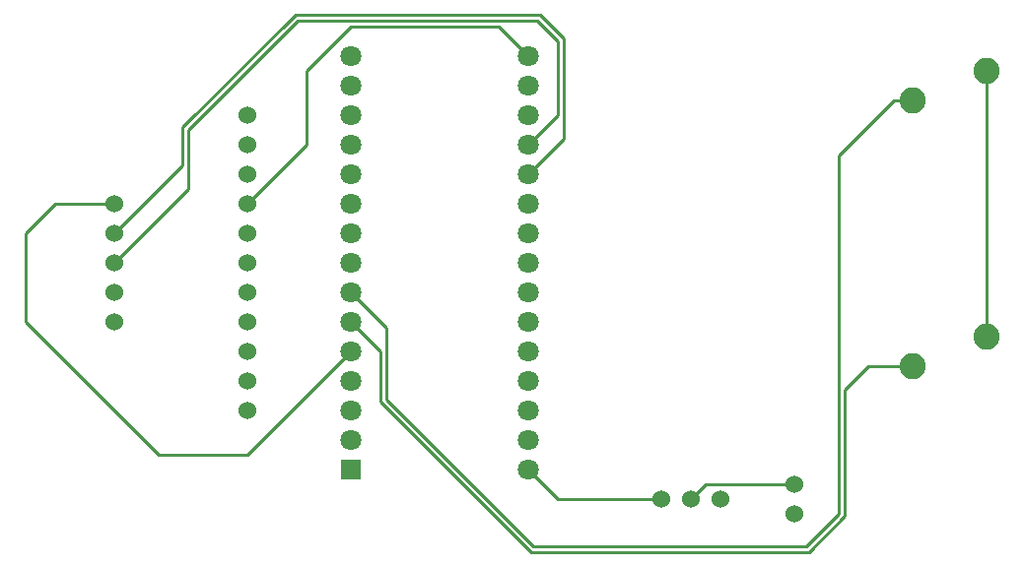
<source format=gtl>
G04 #@! TF.GenerationSoftware,KiCad,Pcbnew,(5.1.5)-3*
G04 #@! TF.CreationDate,2020-05-07T09:23:51-07:00*
G04 #@! TF.ProjectId,Pcb,5063622e-6b69-4636-9164-5f7063625858,rev?*
G04 #@! TF.SameCoordinates,Original*
G04 #@! TF.FileFunction,Copper,L1,Top*
G04 #@! TF.FilePolarity,Positive*
%FSLAX46Y46*%
G04 Gerber Fmt 4.6, Leading zero omitted, Abs format (unit mm)*
G04 Created by KiCad (PCBNEW (5.1.5)-3) date 2020-05-07 09:23:51*
%MOMM*%
%LPD*%
G04 APERTURE LIST*
%ADD10C,1.524000*%
%ADD11C,2.250000*%
%ADD12R,1.800000X1.800000*%
%ADD13C,1.800000*%
%ADD14C,0.254000*%
G04 APERTURE END LIST*
D10*
X114300000Y-77470000D03*
X111760000Y-77470000D03*
X109220000Y-77470000D03*
X120650000Y-76200000D03*
X120650000Y-78740000D03*
X73660000Y-44450000D03*
X73660000Y-46990000D03*
X73660000Y-49530000D03*
X73660000Y-52070000D03*
X73660000Y-54610000D03*
X73660000Y-57150000D03*
X73660000Y-59690000D03*
X73660000Y-62230000D03*
X73660000Y-64770000D03*
X73660000Y-67310000D03*
X73660000Y-69850000D03*
D11*
X130810000Y-43180000D03*
X137160000Y-40640000D03*
D10*
X62230000Y-52070000D03*
X62230000Y-54610000D03*
X62230000Y-57150000D03*
X62230000Y-59690000D03*
X62230000Y-62230000D03*
D12*
X82550000Y-74930000D03*
D13*
X82550000Y-72390000D03*
X82550000Y-69850000D03*
X82550000Y-67310000D03*
X82550000Y-64770000D03*
X82550000Y-62230000D03*
X82550000Y-59690000D03*
X82550000Y-57150000D03*
X82550000Y-54610000D03*
X82550000Y-52070000D03*
X82550000Y-49530000D03*
X82550000Y-46990000D03*
X82550000Y-44450000D03*
X82550000Y-41910000D03*
X82550000Y-39370000D03*
X97790000Y-39370000D03*
X97790000Y-41910000D03*
X97790000Y-44450000D03*
X97790000Y-46990000D03*
X97790000Y-49530000D03*
X97790000Y-52070000D03*
X97790000Y-54610000D03*
X97790000Y-57150000D03*
X97790000Y-59690000D03*
X97790000Y-62230000D03*
X97790000Y-64770000D03*
X97790000Y-67310000D03*
X97790000Y-69850000D03*
X97790000Y-72390000D03*
X97790000Y-74930000D03*
D11*
X137160000Y-63500000D03*
X130810000Y-66040000D03*
D14*
X68071990Y-48768010D02*
X68071991Y-45509575D01*
X68071991Y-45509575D02*
X77767585Y-35813981D01*
X62230000Y-54610000D02*
X68071990Y-48768010D01*
X100838010Y-37889576D02*
X100838010Y-46481990D01*
X77767585Y-35813981D02*
X98762416Y-35813982D01*
X98762416Y-35813982D02*
X100838010Y-37889576D01*
X100838010Y-46481990D02*
X97790000Y-49530000D01*
X100330000Y-38100000D02*
X100330000Y-44450000D01*
X68580000Y-50800000D02*
X68580000Y-45720000D01*
X62230000Y-57150000D02*
X68580000Y-50800000D01*
X100330000Y-44450000D02*
X97790000Y-46990000D01*
X68580000Y-45720000D02*
X77978009Y-36321991D01*
X98551991Y-36321991D02*
X100330000Y-38100000D01*
X77978009Y-36321991D02*
X98551991Y-36321991D01*
X95250000Y-36830000D02*
X97790000Y-39370000D01*
X82550000Y-36830000D02*
X95250000Y-36830000D01*
X78740000Y-40640000D02*
X82550000Y-36830000D01*
X73660000Y-52070000D02*
X78740000Y-46990000D01*
X78740000Y-46990000D02*
X78740000Y-40640000D01*
X82550000Y-59690000D02*
X85598010Y-62738010D01*
X85598010Y-62738010D02*
X85598010Y-68921142D01*
X85598010Y-68921142D02*
X98210848Y-81533980D01*
X98210848Y-81533980D02*
X121666020Y-81533980D01*
X121666020Y-81533980D02*
X124460000Y-78740000D01*
X124460000Y-47939010D02*
X129219010Y-43180000D01*
X129219010Y-43180000D02*
X130810000Y-43180000D01*
X124460000Y-78740000D02*
X124460000Y-47939010D01*
X85090000Y-69131566D02*
X85090000Y-64770000D01*
X127000000Y-66040000D02*
X124968010Y-68071990D01*
X124968010Y-68071990D02*
X124968010Y-78950424D01*
X130810000Y-66040000D02*
X127000000Y-66040000D01*
X98000424Y-82041990D02*
X85090000Y-69131566D01*
X124968010Y-78950424D02*
X121876445Y-82041989D01*
X85090000Y-64770000D02*
X82550000Y-62230000D01*
X121876445Y-82041989D02*
X98000424Y-82041990D01*
X62230000Y-52070000D02*
X57150000Y-52070000D01*
X57150000Y-52070000D02*
X54610000Y-54610000D01*
X54610000Y-54610000D02*
X54610000Y-62230000D01*
X54610000Y-62230000D02*
X66040000Y-73660000D01*
X73660000Y-73660000D02*
X82550000Y-64770000D01*
X66040000Y-73660000D02*
X73660000Y-73660000D01*
X100330000Y-77470000D02*
X97790000Y-74930000D01*
X109220000Y-77470000D02*
X100330000Y-77470000D01*
X137160000Y-40640000D02*
X137160000Y-63500000D01*
X113030000Y-76200000D02*
X112119217Y-77110783D01*
X120650000Y-76200000D02*
X113030000Y-76200000D01*
M02*

</source>
